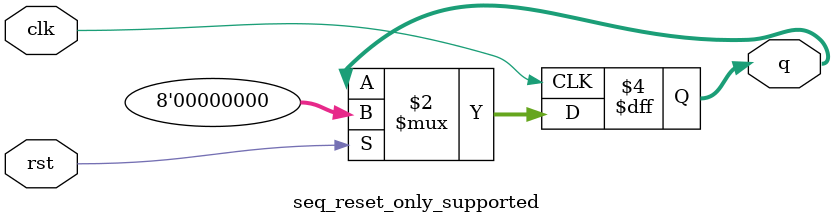
<source format=sv>

module seq_reset_only_supported(
  input logic clk,
  input logic rst,
  output logic [7:0] q
);
  // Reset-only chain: no default branch.
  always_ff @(posedge clk)
    if (rst) q <= 8'h00;
endmodule

</source>
